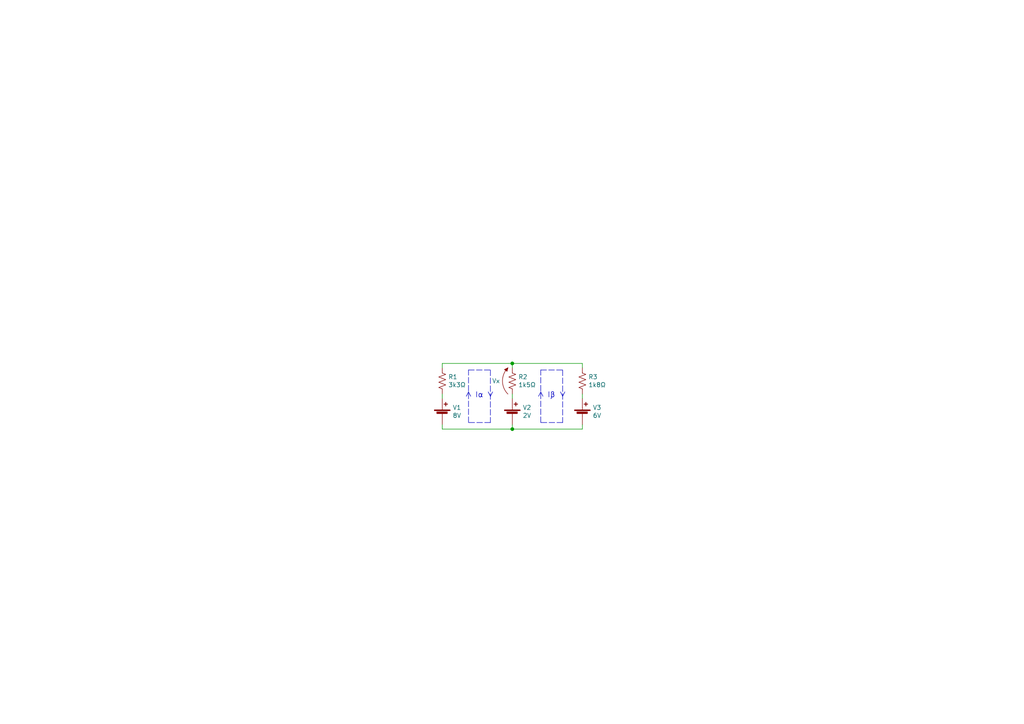
<source format=kicad_sch>
(kicad_sch (version 20211123) (generator eeschema)
  (paper "A4")
  (title_block (title "Questão 3 e 4 - P2/2020 - Noturno") (date "2020-11-18") (rev "0") (company "ETE103 - Fundamentos de Circuitos Analógicos"))
  (lib_symbols
    (symbol "Device:Battery_Cell" (pin_numbers hide) (pin_names (offset 0) hide)
      (property "Reference" "BT" (at 2.54 2.54 0))
      (property "Value" "Battery_Cell" (at 2.54 0 0))
      (symbol "Battery_Cell_0_1"
        (rectangle (start -2.286 1.778) (end 2.286 1.524) (fill (type outline)))
        (rectangle (start -1.5748 1.1938) (end 1.4732 0.6858) (fill (type outline)))
        (polyline (pts (xy 0 0.762) (xy 0 0)))
        (polyline (pts (xy 0 1.778) (xy 0 2.54)))
        (polyline (pts (xy 0.508 3.429) (xy 1.524 3.429)) (stroke (width 0.254)))
        (polyline (pts (xy 1.016 3.937) (xy 1.016 2.921)) (stroke (width 0.254)))
      )
      (symbol "Battery_Cell_1_1"
        (pin passive line (at 0 5.08 270) (length 2.54) (name "+") (number "1"))
        (pin passive line (at 0 -2.54 90) (length 2.54) (name "-") (number "2"))
      )
    )
    (symbol "Device:R_US" (pin_numbers hide) (pin_names (offset 0))
      (property "Reference" "R" (at 2.54 0 90))
      (property "Value" "R_US" (at -2.54 0 90))
      (symbol "R_US_0_1"
        (polyline (pts (xy 0 -2.286) (xy 0 -2.54)))
        (polyline (pts (xy 0 2.286) (xy 0 2.54)))
        (polyline (pts (xy 0 -0.762) (xy 1.016 -1.143) (xy 0 -1.524) (xy -1.016 -1.905) (xy 0 -2.286)))
        (polyline (pts (xy 0 0.762) (xy 1.016 0.381) (xy 0 0) (xy -1.016 -0.381) (xy 0 -0.762)))
        (polyline (pts (xy 0 2.286) (xy 1.016 1.905) (xy 0 1.524) (xy -1.016 1.143) (xy 0 0.762)))
      )
      (symbol "R_US_1_1"
        (pin passive line (at 0 3.81 270) (length 1.27) (name "~") (number "1"))
        (pin passive line (at 0 -3.81 90) (length 1.27) (name "~") (number "2"))
      )
    )
    (symbol "analise-de-malhas-rescue:seta_tensao_longa-Pessoal" (pin_names (offset 1.016))
      (property "Reference" "V" (at -2.54 0 0))
      (symbol "seta_tensao_longa-Pessoal_0_1"
        (polyline (pts (xy 0 3.81) (xy -1.016 3.302) (xy -0.254 2.794) (xy 0 3.81)) (fill (type outline)))
        (arc (start 0 3.81) (mid -1.5782 0) (end 0 -3.81))
      )
    )
  )
  (junction (at 148.59 124.46))
  (junction (at 148.59 105.41))
  (polyline (pts (xy 142.24 114.935) (xy 142.875 113.665)))
  (wire (pts (xy 168.91 105.41) (xy 168.91 106.68)))
  (wire (pts (xy 168.91 123.19) (xy 168.91 124.46)))
  (wire (pts (xy 168.91 115.57) (xy 168.91 114.3)))
  (wire (pts (xy 168.91 124.46) (xy 148.59 124.46)))
  (polyline (pts (xy 163.195 122.555) (xy 156.845 122.555)))
  (wire (pts (xy 148.59 115.57) (xy 148.59 114.3)))
  (polyline (pts (xy 142.24 114.935) (xy 141.605 113.665)))
  (wire (pts (xy 148.59 105.41) (xy 148.59 106.68)))
  (polyline (pts (xy 142.24 122.555) (xy 135.89 122.555)))
  (wire (pts (xy 128.27 114.3) (xy 128.27 115.57)))
  (polyline (pts (xy 135.89 107.315) (xy 142.24 107.315)))
  (polyline (pts (xy 156.845 122.555) (xy 156.845 107.315)))
  (wire (pts (xy 148.59 124.46) (xy 148.59 123.19)))
  (wire (pts (xy 128.27 123.19) (xy 128.27 124.46)))
  (wire (pts (xy 128.27 124.46) (xy 148.59 124.46)))
  (polyline (pts (xy 142.24 107.315) (xy 142.24 122.555)))
  (polyline (pts (xy 135.89 113.665) (xy 136.525 114.935)))
  (polyline (pts (xy 163.195 114.935) (xy 163.83 113.665)))
  (polyline (pts (xy 156.845 113.665) (xy 156.21 114.935)))
  (wire (pts (xy 128.27 105.41) (xy 128.27 106.68)))
  (polyline (pts (xy 163.195 114.935) (xy 162.56 113.665)))
  (polyline (pts (xy 135.89 113.665) (xy 135.255 114.935)))
  (polyline (pts (xy 163.195 107.315) (xy 163.195 122.555)))
  (polyline (pts (xy 156.845 107.315) (xy 163.195 107.315)))
  (polyline (pts (xy 156.845 113.665) (xy 157.48 114.935)))
  (polyline (pts (xy 135.89 122.555) (xy 135.89 107.315)))
  (wire (pts (xy 148.59 105.41) (xy 168.91 105.41)))
  (wire (pts (xy 128.27 105.41) (xy 148.59 105.41)))
  (text "Iα" (at 137.795 115.57 0) (effects (font (size 1.524 1.524)) (justify left bottom)))
  (text "Iβ" (at 158.75 115.57 0) (effects (font (size 1.524 1.524)) (justify left bottom)))
  (symbol (lib_id "Device:Battery_Cell") (at 128.27 120.65 0) (unit 1)
    (property "Reference" "V1" (at 131.2672 118.2116 0) (effects (justify left)))
    (property "Value" "8V" (at 131.2672 120.523 0) (effects (justify left)))
  )
  (symbol (lib_id "Device:R_US") (at 148.59 110.49 180) (unit 1)
    (property "Reference" "R2" (at 150.3172 109.3216 0) (effects (justify right)))
    (property "Value" "1k5Ω" (at 150.3172 111.633 0) (effects (justify right)))
  )
  (symbol (lib_id "Device:R_US") (at 128.27 110.49 180) (unit 1)
    (property "Reference" "R1" (at 129.9972 109.3216 0) (effects (justify right)))
    (property "Value" "3k3Ω" (at 129.9972 111.633 0) (effects (justify right)))
  )
  (symbol (lib_id "Device:Battery_Cell") (at 148.59 120.65 0) (unit 1)
    (property "Reference" "V2" (at 151.5872 118.2116 0) (effects (justify left)))
    (property "Value" "2V" (at 151.5872 120.523 0) (effects (justify left)))
  )
  (symbol (lib_id "Device:R_US") (at 168.91 110.49 180) (unit 1)
    (property "Reference" "R3" (at 170.6372 109.3216 0) (effects (justify right)))
    (property "Value" "1k8Ω" (at 170.6372 111.633 0) (effects (justify right)))
  )
  (symbol (lib_id "analise-de-malhas-rescue:seta_tensao_longa-Pessoal") (at 147.32 110.49 0) (unit 1)
    (property "Reference" "Vx" (at 145.034 110.49 0) (effects (justify right)))
    (property "Value" "seta_tensao_longa" (effects hide))
  )
  (symbol (lib_id "Device:Battery_Cell") (at 168.91 120.65 0) (unit 1)
    (property "Reference" "V3" (at 171.9072 118.2116 0) (effects (justify left)))
    (property "Value" "6V" (at 171.9072 120.523 0) (effects (justify left)))
  )
)
</source>
